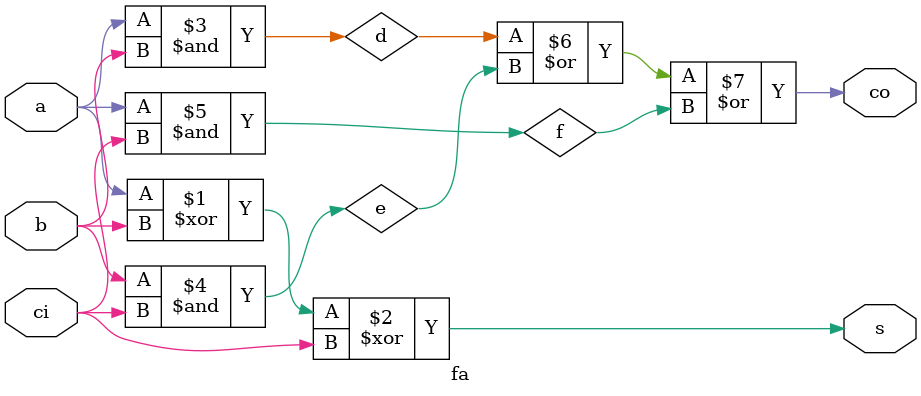
<source format=sv>
module fa(
            input        a,
            input        b,
            input        ci, // Carry Input

            output logic co, // Carry Output
            output logic s // Sum
            );

   logic                 d,e,f;

   xor(s,a,b,ci);
   and(d,a,b);
   and(e,b,ci);
   and(f,a,ci);
   or(co,d,e,f);
endmodule
</source>
